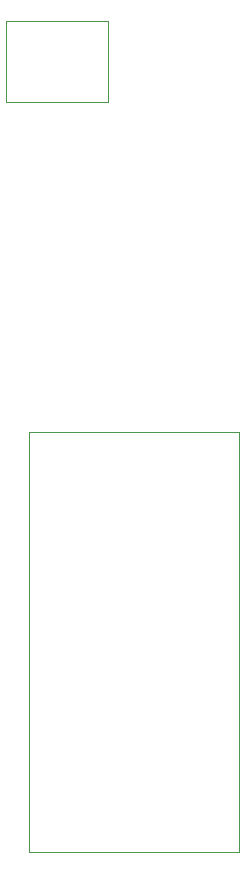
<source format=gbr>
%TF.GenerationSoftware,KiCad,Pcbnew,8.0.9*%
%TF.CreationDate,2025-12-22T17:05:26+01:00*%
%TF.ProjectId,MiniChord,4d696e69-4368-46f7-9264-2e6b69636164,rev?*%
%TF.SameCoordinates,Original*%
%TF.FileFunction,Other,User*%
%FSLAX46Y46*%
G04 Gerber Fmt 4.6, Leading zero omitted, Abs format (unit mm)*
G04 Created by KiCad (PCBNEW 8.0.9) date 2025-12-22 17:05:26*
%MOMM*%
%LPD*%
G01*
G04 APERTURE LIST*
%ADD10C,0.120000*%
%ADD11C,0.050000*%
G04 APERTURE END LIST*
%TO.C,U1*%
D10*
X142850000Y-149665000D02*
X160650000Y-149665000D01*
X160650000Y-114065000D01*
X142850000Y-114065000D01*
X142850000Y-149665000D01*
D11*
%TO.C,J3*%
X140907500Y-79250000D02*
X149507500Y-79250000D01*
X140907500Y-86150000D02*
X140907500Y-79250000D01*
X149507500Y-79250000D02*
X149507500Y-86150000D01*
X149507500Y-86150000D02*
X140907500Y-86150000D01*
%TD*%
M02*

</source>
